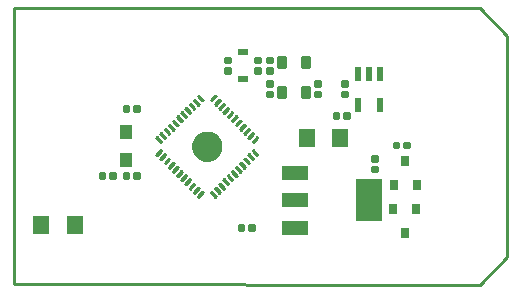
<source format=gbp>
G75*
%MOIN*%
%OFA0B0*%
%FSLAX24Y24*%
%IPPOS*%
%LPD*%
%AMOC8*
5,1,8,0,0,1.08239X$1,22.5*
%
%ADD10C,0.0100*%
%ADD11C,0.0125*%
%ADD12R,0.0394X0.0472*%
%ADD13R,0.0217X0.0472*%
%ADD14R,0.0310X0.0350*%
%ADD15R,0.0551X0.0630*%
%ADD16C,0.0500*%
%ADD17C,0.0087*%
%ADD18R,0.0880X0.0480*%
%ADD19R,0.0866X0.1417*%
%ADD20R,0.0327X0.0248*%
%ADD21C,0.0175*%
D10*
X001820Y001850D02*
X017340Y001840D01*
X018270Y002770D01*
X018270Y010130D01*
X017350Y011050D01*
X001820Y011050D01*
X001820Y001850D01*
D11*
X004712Y005387D02*
X004838Y005387D01*
X004712Y005387D02*
X004712Y005513D01*
X004838Y005513D01*
X004838Y005387D01*
X004838Y005511D02*
X004712Y005511D01*
X005062Y005387D02*
X005188Y005387D01*
X005062Y005387D02*
X005062Y005513D01*
X005188Y005513D01*
X005188Y005387D01*
X005188Y005511D02*
X005062Y005511D01*
X005512Y005513D02*
X005638Y005513D01*
X005638Y005387D01*
X005512Y005387D01*
X005512Y005513D01*
X005512Y005511D02*
X005638Y005511D01*
X005862Y005513D02*
X005988Y005513D01*
X005988Y005387D01*
X005862Y005387D01*
X005862Y005513D01*
X005862Y005511D02*
X005988Y005511D01*
X005988Y007743D02*
X005862Y007743D01*
X005988Y007743D02*
X005988Y007617D01*
X005862Y007617D01*
X005862Y007743D01*
X005862Y007741D02*
X005988Y007741D01*
X005638Y007743D02*
X005512Y007743D01*
X005638Y007743D02*
X005638Y007617D01*
X005512Y007617D01*
X005512Y007743D01*
X005512Y007741D02*
X005638Y007741D01*
X009013Y008892D02*
X009013Y009018D01*
X009013Y008892D02*
X008887Y008892D01*
X008887Y009018D01*
X009013Y009018D01*
X009013Y009016D02*
X008887Y009016D01*
X009013Y009242D02*
X009013Y009368D01*
X009013Y009242D02*
X008887Y009242D01*
X008887Y009368D01*
X009013Y009368D01*
X009013Y009366D02*
X008887Y009366D01*
X010013Y009368D02*
X010013Y009242D01*
X009887Y009242D01*
X009887Y009368D01*
X010013Y009368D01*
X010013Y009366D02*
X009887Y009366D01*
X010013Y009018D02*
X010013Y008892D01*
X009887Y008892D01*
X009887Y009018D01*
X010013Y009018D01*
X010013Y009016D02*
X009887Y009016D01*
X010413Y009018D02*
X010413Y008892D01*
X010287Y008892D01*
X010287Y009018D01*
X010413Y009018D01*
X010413Y009016D02*
X010287Y009016D01*
X010413Y009242D02*
X010413Y009368D01*
X010413Y009242D02*
X010287Y009242D01*
X010287Y009368D01*
X010413Y009368D01*
X010413Y009366D02*
X010287Y009366D01*
X010287Y008588D02*
X010287Y008462D01*
X010287Y008588D02*
X010413Y008588D01*
X010413Y008462D01*
X010287Y008462D01*
X010287Y008586D02*
X010413Y008586D01*
X010287Y008238D02*
X010287Y008112D01*
X010287Y008238D02*
X010413Y008238D01*
X010413Y008112D01*
X010287Y008112D01*
X010287Y008236D02*
X010413Y008236D01*
X012013Y008238D02*
X012013Y008112D01*
X011887Y008112D01*
X011887Y008238D01*
X012013Y008238D01*
X012013Y008236D02*
X011887Y008236D01*
X012013Y008462D02*
X012013Y008588D01*
X012013Y008462D02*
X011887Y008462D01*
X011887Y008588D01*
X012013Y008588D01*
X012013Y008586D02*
X011887Y008586D01*
X012913Y008588D02*
X012913Y008462D01*
X012787Y008462D01*
X012787Y008588D01*
X012913Y008588D01*
X012913Y008586D02*
X012787Y008586D01*
X012913Y008238D02*
X012913Y008112D01*
X012787Y008112D01*
X012787Y008238D01*
X012913Y008238D01*
X012913Y008236D02*
X012787Y008236D01*
X012862Y007513D02*
X012988Y007513D01*
X012988Y007387D01*
X012862Y007387D01*
X012862Y007513D01*
X012862Y007511D02*
X012988Y007511D01*
X012638Y007513D02*
X012512Y007513D01*
X012638Y007513D02*
X012638Y007387D01*
X012512Y007387D01*
X012512Y007513D01*
X012512Y007511D02*
X012638Y007511D01*
X014512Y006407D02*
X014638Y006407D01*
X014512Y006407D02*
X014512Y006533D01*
X014638Y006533D01*
X014638Y006407D01*
X014638Y006531D02*
X014512Y006531D01*
X014862Y006407D02*
X014988Y006407D01*
X014862Y006407D02*
X014862Y006533D01*
X014988Y006533D01*
X014988Y006407D01*
X014988Y006531D02*
X014862Y006531D01*
X013913Y006088D02*
X013913Y005962D01*
X013787Y005962D01*
X013787Y006088D01*
X013913Y006088D01*
X013913Y006086D02*
X013787Y006086D01*
X013913Y005738D02*
X013913Y005612D01*
X013787Y005612D01*
X013787Y005738D01*
X013913Y005738D01*
X013913Y005736D02*
X013787Y005736D01*
X009818Y003657D02*
X009692Y003657D01*
X009692Y003783D01*
X009818Y003783D01*
X009818Y003657D01*
X009818Y003781D02*
X009692Y003781D01*
X009468Y003657D02*
X009342Y003657D01*
X009342Y003783D01*
X009468Y003783D01*
X009468Y003657D01*
X009468Y003781D02*
X009342Y003781D01*
D12*
X005550Y005978D03*
X005550Y006922D03*
D13*
X013276Y007838D03*
X014024Y007838D03*
X014024Y008862D03*
X013650Y008862D03*
X013276Y008862D03*
D14*
X014860Y005950D03*
X014480Y005150D03*
X015240Y005150D03*
X015220Y004350D03*
X014460Y004350D03*
X014840Y003550D03*
D15*
X012681Y006730D03*
X011579Y006730D03*
X003841Y003810D03*
X002739Y003810D03*
D16*
X008000Y006450D02*
X008002Y006481D01*
X008008Y006512D01*
X008018Y006542D01*
X008031Y006570D01*
X008048Y006597D01*
X008068Y006621D01*
X008091Y006643D01*
X008116Y006661D01*
X008144Y006676D01*
X008173Y006688D01*
X008203Y006696D01*
X008234Y006700D01*
X008266Y006700D01*
X008297Y006696D01*
X008327Y006688D01*
X008356Y006676D01*
X008384Y006661D01*
X008409Y006643D01*
X008432Y006621D01*
X008452Y006597D01*
X008469Y006570D01*
X008482Y006542D01*
X008492Y006512D01*
X008498Y006481D01*
X008500Y006450D01*
X008498Y006419D01*
X008492Y006388D01*
X008482Y006358D01*
X008469Y006330D01*
X008452Y006303D01*
X008432Y006279D01*
X008409Y006257D01*
X008384Y006239D01*
X008356Y006224D01*
X008327Y006212D01*
X008297Y006204D01*
X008266Y006200D01*
X008234Y006200D01*
X008203Y006204D01*
X008173Y006212D01*
X008144Y006224D01*
X008116Y006239D01*
X008091Y006257D01*
X008068Y006279D01*
X008048Y006303D01*
X008031Y006330D01*
X008018Y006358D01*
X008008Y006388D01*
X008002Y006419D01*
X008000Y006450D01*
D17*
X007264Y007142D02*
X007118Y007288D01*
X007134Y007304D01*
X007280Y007158D01*
X007264Y007142D01*
X007210Y007228D02*
X007178Y007228D01*
X007257Y007427D02*
X007403Y007281D01*
X007257Y007427D02*
X007273Y007443D01*
X007419Y007297D01*
X007403Y007281D01*
X007349Y007367D02*
X007317Y007367D01*
X007396Y007566D02*
X007542Y007420D01*
X007396Y007566D02*
X007412Y007582D01*
X007558Y007436D01*
X007542Y007420D01*
X007488Y007506D02*
X007456Y007506D01*
X007536Y007705D02*
X007682Y007559D01*
X007536Y007705D02*
X007552Y007721D01*
X007698Y007575D01*
X007682Y007559D01*
X007628Y007645D02*
X007596Y007645D01*
X007675Y007844D02*
X007821Y007698D01*
X007675Y007844D02*
X007691Y007860D01*
X007837Y007714D01*
X007821Y007698D01*
X007767Y007784D02*
X007735Y007784D01*
X007814Y007983D02*
X007960Y007837D01*
X007814Y007983D02*
X007830Y007999D01*
X007976Y007853D01*
X007960Y007837D01*
X007906Y007923D02*
X007874Y007923D01*
X007953Y008123D02*
X008099Y007977D01*
X007953Y008123D02*
X007969Y008139D01*
X008115Y007993D01*
X008099Y007977D01*
X008045Y008063D02*
X008013Y008063D01*
X008385Y007993D02*
X008531Y008139D01*
X008547Y008123D01*
X008401Y007977D01*
X008385Y007993D01*
X008455Y008063D02*
X008487Y008063D01*
X008670Y007999D02*
X008524Y007853D01*
X008670Y007999D02*
X008686Y007983D01*
X008540Y007837D01*
X008524Y007853D01*
X008594Y007923D02*
X008626Y007923D01*
X008809Y007860D02*
X008663Y007714D01*
X008809Y007860D02*
X008825Y007844D01*
X008679Y007698D01*
X008663Y007714D01*
X008733Y007784D02*
X008765Y007784D01*
X008948Y007721D02*
X008802Y007575D01*
X008948Y007721D02*
X008964Y007705D01*
X008818Y007559D01*
X008802Y007575D01*
X008872Y007645D02*
X008904Y007645D01*
X009088Y007582D02*
X008942Y007436D01*
X009088Y007582D02*
X009104Y007566D01*
X008958Y007420D01*
X008942Y007436D01*
X009012Y007506D02*
X009044Y007506D01*
X009227Y007443D02*
X009081Y007297D01*
X009227Y007443D02*
X009243Y007427D01*
X009097Y007281D01*
X009081Y007297D01*
X009151Y007367D02*
X009183Y007367D01*
X009366Y007304D02*
X009220Y007158D01*
X009366Y007304D02*
X009382Y007288D01*
X009236Y007142D01*
X009220Y007158D01*
X009290Y007228D02*
X009322Y007228D01*
X009505Y007164D02*
X009359Y007018D01*
X009505Y007164D02*
X009521Y007148D01*
X009375Y007002D01*
X009359Y007018D01*
X009429Y007088D02*
X009461Y007088D01*
X009644Y007025D02*
X009498Y006879D01*
X009644Y007025D02*
X009660Y007009D01*
X009514Y006863D01*
X009498Y006879D01*
X009568Y006949D02*
X009600Y006949D01*
X009784Y006886D02*
X009638Y006740D01*
X009784Y006886D02*
X009800Y006870D01*
X009654Y006724D01*
X009638Y006740D01*
X009708Y006810D02*
X009740Y006810D01*
X009923Y006747D02*
X009777Y006601D01*
X009923Y006747D02*
X009939Y006731D01*
X009793Y006585D01*
X009777Y006601D01*
X009847Y006671D02*
X009879Y006671D01*
X009793Y006315D02*
X009939Y006169D01*
X009923Y006153D01*
X009777Y006299D01*
X009793Y006315D01*
X009837Y006239D02*
X009869Y006239D01*
X009800Y006030D02*
X009654Y006176D01*
X009800Y006030D02*
X009784Y006014D01*
X009638Y006160D01*
X009654Y006176D01*
X009698Y006100D02*
X009730Y006100D01*
X009660Y005891D02*
X009514Y006037D01*
X009660Y005891D02*
X009644Y005875D01*
X009498Y006021D01*
X009514Y006037D01*
X009558Y005961D02*
X009590Y005961D01*
X009521Y005752D02*
X009375Y005898D01*
X009521Y005752D02*
X009505Y005736D01*
X009359Y005882D01*
X009375Y005898D01*
X009419Y005822D02*
X009451Y005822D01*
X009382Y005612D02*
X009236Y005758D01*
X009382Y005612D02*
X009366Y005596D01*
X009220Y005742D01*
X009236Y005758D01*
X009280Y005682D02*
X009312Y005682D01*
X009243Y005473D02*
X009097Y005619D01*
X009243Y005473D02*
X009227Y005457D01*
X009081Y005603D01*
X009097Y005619D01*
X009141Y005543D02*
X009173Y005543D01*
X009104Y005334D02*
X008958Y005480D01*
X009104Y005334D02*
X009088Y005318D01*
X008942Y005464D01*
X008958Y005480D01*
X009002Y005404D02*
X009034Y005404D01*
X008964Y005195D02*
X008818Y005341D01*
X008964Y005195D02*
X008948Y005179D01*
X008802Y005325D01*
X008818Y005341D01*
X008862Y005265D02*
X008894Y005265D01*
X008825Y005056D02*
X008679Y005202D01*
X008825Y005056D02*
X008809Y005040D01*
X008663Y005186D01*
X008679Y005202D01*
X008723Y005126D02*
X008755Y005126D01*
X008686Y004916D02*
X008540Y005062D01*
X008686Y004916D02*
X008670Y004900D01*
X008524Y005046D01*
X008540Y005062D01*
X008584Y004986D02*
X008616Y004986D01*
X008547Y004777D02*
X008401Y004923D01*
X008547Y004777D02*
X008531Y004761D01*
X008385Y004907D01*
X008401Y004923D01*
X008445Y004847D02*
X008477Y004847D01*
X008115Y004907D02*
X007969Y004761D01*
X007953Y004777D01*
X008099Y004923D01*
X008115Y004907D01*
X008055Y004847D02*
X008023Y004847D01*
X007830Y004900D02*
X007976Y005046D01*
X007830Y004900D02*
X007814Y004916D01*
X007960Y005062D01*
X007976Y005046D01*
X007916Y004986D02*
X007884Y004986D01*
X007691Y005040D02*
X007837Y005186D01*
X007691Y005040D02*
X007675Y005056D01*
X007821Y005202D01*
X007837Y005186D01*
X007777Y005126D02*
X007745Y005126D01*
X007552Y005179D02*
X007698Y005325D01*
X007552Y005179D02*
X007536Y005195D01*
X007682Y005341D01*
X007698Y005325D01*
X007638Y005265D02*
X007606Y005265D01*
X007412Y005318D02*
X007558Y005464D01*
X007412Y005318D02*
X007396Y005334D01*
X007542Y005480D01*
X007558Y005464D01*
X007498Y005404D02*
X007466Y005404D01*
X007273Y005457D02*
X007419Y005603D01*
X007273Y005457D02*
X007257Y005473D01*
X007403Y005619D01*
X007419Y005603D01*
X007359Y005543D02*
X007327Y005543D01*
X007134Y005596D02*
X007280Y005742D01*
X007134Y005596D02*
X007118Y005612D01*
X007264Y005758D01*
X007280Y005742D01*
X007220Y005682D02*
X007188Y005682D01*
X006995Y005736D02*
X007141Y005882D01*
X006995Y005736D02*
X006979Y005752D01*
X007125Y005898D01*
X007141Y005882D01*
X007081Y005822D02*
X007049Y005822D01*
X006856Y005875D02*
X007002Y006021D01*
X006856Y005875D02*
X006840Y005891D01*
X006986Y006037D01*
X007002Y006021D01*
X006942Y005961D02*
X006910Y005961D01*
X006717Y006014D02*
X006863Y006160D01*
X006717Y006014D02*
X006701Y006030D01*
X006847Y006176D01*
X006863Y006160D01*
X006803Y006100D02*
X006771Y006100D01*
X006577Y006153D02*
X006723Y006299D01*
X006577Y006153D02*
X006561Y006169D01*
X006707Y006315D01*
X006723Y006299D01*
X006663Y006239D02*
X006631Y006239D01*
X006707Y006585D02*
X006561Y006731D01*
X006577Y006747D01*
X006723Y006601D01*
X006707Y006585D01*
X006653Y006671D02*
X006621Y006671D01*
X006701Y006870D02*
X006847Y006724D01*
X006701Y006870D02*
X006717Y006886D01*
X006863Y006740D01*
X006847Y006724D01*
X006793Y006810D02*
X006761Y006810D01*
X006840Y007009D02*
X006986Y006863D01*
X006840Y007009D02*
X006856Y007025D01*
X007002Y006879D01*
X006986Y006863D01*
X006932Y006949D02*
X006900Y006949D01*
X006979Y007148D02*
X007125Y007002D01*
X006979Y007148D02*
X006995Y007164D01*
X007141Y007018D01*
X007125Y007002D01*
X007071Y007088D02*
X007039Y007088D01*
D18*
X011200Y005560D03*
X011200Y004650D03*
X011200Y003740D03*
D19*
X013640Y004650D03*
D20*
X009450Y008677D03*
X009450Y009583D03*
D21*
X010662Y009388D02*
X010662Y009112D01*
X010662Y009388D02*
X010838Y009388D01*
X010838Y009112D01*
X010662Y009112D01*
X010662Y009286D02*
X010838Y009286D01*
X011462Y009388D02*
X011462Y009112D01*
X011462Y009388D02*
X011638Y009388D01*
X011638Y009112D01*
X011462Y009112D01*
X011462Y009286D02*
X011638Y009286D01*
X011462Y008388D02*
X011462Y008112D01*
X011462Y008388D02*
X011638Y008388D01*
X011638Y008112D01*
X011462Y008112D01*
X011462Y008286D02*
X011638Y008286D01*
X010662Y008388D02*
X010662Y008112D01*
X010662Y008388D02*
X010838Y008388D01*
X010838Y008112D01*
X010662Y008112D01*
X010662Y008286D02*
X010838Y008286D01*
M02*

</source>
